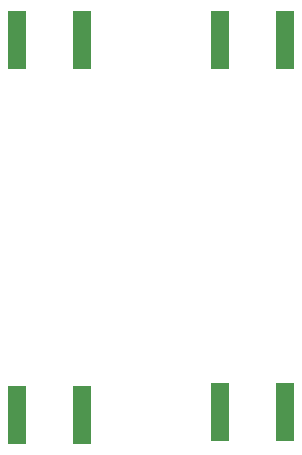
<source format=gbr>
%TF.GenerationSoftware,Altium Limited,Altium Designer,20.0.10 (225)*%
G04 Layer_Color=128*
%FSLAX26Y26*%
%MOIN*%
%TF.FileFunction,Paste,Bot*%
%TF.Part,CustomerPanel*%
G01*
G75*
%TA.AperFunction,SMDPad,CuDef*%
%ADD11R,0.062992X0.196850*%
D11*
X3414705Y3353189D02*
D03*
X3196595D02*
D03*
X3414705Y4592559D02*
D03*
X3196595D02*
D03*
X2736949Y4590591D02*
D03*
X2518839D02*
D03*
Y3343347D02*
D03*
X2736949D02*
D03*
%TF.MD5,edc5be11d47309f3a09ec1daadd09426*%
M02*

</source>
